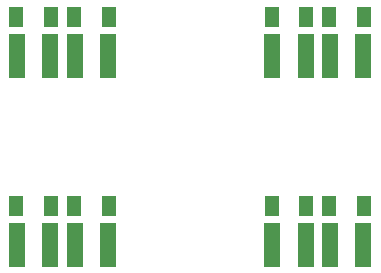
<source format=gtp>
G04 #@! TF.GenerationSoftware,KiCad,Pcbnew,(7.0.0-0)*
G04 #@! TF.CreationDate,2025-07-24T17:03:06+12:00*
G04 #@! TF.ProjectId,12V_light_panelized_X4,3132565f-6c69-4676-9874-5f70616e656c,rev?*
G04 #@! TF.SameCoordinates,Original*
G04 #@! TF.FileFunction,Paste,Top*
G04 #@! TF.FilePolarity,Positive*
%FSLAX46Y46*%
G04 Gerber Fmt 4.6, Leading zero omitted, Abs format (unit mm)*
G04 Created by KiCad (PCBNEW (7.0.0-0)) date 2025-07-24 17:03:06*
%MOMM*%
%LPD*%
G01*
G04 APERTURE LIST*
%ADD10R,1.400000X3.700000*%
%ADD11R,1.150000X1.800000*%
G04 APERTURE END LIST*
D10*
X146949999Y-71599999D03*
X144149999Y-71599999D03*
D11*
X148974999Y-68349999D03*
X151924999Y-68349999D03*
X144074999Y-68349999D03*
X147024999Y-68349999D03*
D10*
X151849999Y-71599999D03*
X149049999Y-71599999D03*
D11*
X165674999Y-68349999D03*
X168624999Y-68349999D03*
D10*
X173449999Y-71599999D03*
X170649999Y-71599999D03*
X168549999Y-71599999D03*
X165749999Y-71599999D03*
D11*
X170574999Y-68349999D03*
X173524999Y-68349999D03*
X170574999Y-84349999D03*
X173524999Y-84349999D03*
D10*
X168549999Y-87599999D03*
X165749999Y-87599999D03*
X173449999Y-87599999D03*
X170649999Y-87599999D03*
D11*
X165674999Y-84349999D03*
X168624999Y-84349999D03*
X148974999Y-84349999D03*
X151924999Y-84349999D03*
X144074999Y-84349999D03*
X147024999Y-84349999D03*
D10*
X151849999Y-87599999D03*
X149049999Y-87599999D03*
X146949999Y-87599999D03*
X144149999Y-87599999D03*
M02*

</source>
